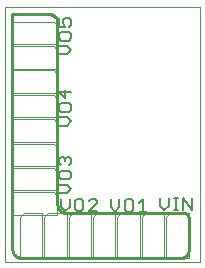
<source format=gto>
G75*
%MOIN*%
%OFA0B0*%
%FSLAX24Y24*%
%IPPOS*%
%LPD*%
%AMOC8*
5,1,8,0,0,1.08239X$1,22.5*
%
%ADD10C,0.0000*%
%ADD11C,0.0100*%
%ADD12C,0.0040*%
%ADD13C,0.0080*%
D10*
X002392Y002517D02*
X002392Y011017D01*
X008892Y011017D01*
X008892Y002517D01*
X002392Y002517D01*
D11*
X002642Y002921D02*
X002642Y010767D01*
X003862Y010767D01*
X003893Y010765D01*
X003924Y010760D01*
X003954Y010751D01*
X003983Y010739D01*
X004011Y010724D01*
X004037Y010706D01*
X004060Y010685D01*
X004081Y010662D01*
X004099Y010636D01*
X004114Y010608D01*
X004126Y010579D01*
X004135Y010549D01*
X004140Y010518D01*
X004142Y010487D01*
X004142Y004421D01*
X004141Y004421D02*
X004143Y004390D01*
X004148Y004359D01*
X004157Y004329D01*
X004169Y004300D01*
X004184Y004272D01*
X004202Y004246D01*
X004223Y004223D01*
X004246Y004202D01*
X004272Y004184D01*
X004300Y004169D01*
X004329Y004157D01*
X004359Y004148D01*
X004390Y004143D01*
X004421Y004141D01*
X004421Y004142D02*
X008340Y004142D01*
X008365Y004140D01*
X008390Y004135D01*
X008414Y004126D01*
X008436Y004114D01*
X008456Y004099D01*
X008474Y004081D01*
X008489Y004061D01*
X008501Y004039D01*
X008510Y004015D01*
X008515Y003990D01*
X008517Y003965D01*
X008517Y002892D01*
X008515Y002862D01*
X008510Y002832D01*
X008501Y002803D01*
X008488Y002776D01*
X008473Y002750D01*
X008454Y002726D01*
X008433Y002705D01*
X008409Y002686D01*
X008383Y002671D01*
X008356Y002658D01*
X008327Y002649D01*
X008297Y002644D01*
X008267Y002642D01*
X002921Y002642D01*
X002921Y002641D02*
X002890Y002643D01*
X002859Y002648D01*
X002829Y002657D01*
X002800Y002669D01*
X002772Y002684D01*
X002746Y002702D01*
X002723Y002723D01*
X002702Y002746D01*
X002684Y002772D01*
X002669Y002800D01*
X002657Y002829D01*
X002648Y002859D01*
X002643Y002890D01*
X002641Y002921D01*
D12*
X002892Y002642D02*
X002892Y004017D01*
X003017Y004142D01*
X003642Y004142D01*
X003642Y002642D01*
X002892Y002642D01*
X003704Y002642D02*
X003704Y004017D01*
X003829Y004142D01*
X004454Y004142D01*
X004454Y002642D01*
X003704Y002642D01*
X004517Y002642D02*
X004517Y004017D01*
X004642Y004142D01*
X005267Y004142D01*
X005267Y002642D01*
X004517Y002642D01*
X005329Y002642D02*
X005329Y004017D01*
X005454Y004142D01*
X006079Y004142D01*
X006079Y002642D01*
X005329Y002642D01*
X006142Y002642D02*
X006142Y004017D01*
X006267Y004142D01*
X006892Y004142D01*
X006892Y002642D01*
X006142Y002642D01*
X006954Y002642D02*
X006954Y004017D01*
X007079Y004142D01*
X007704Y004142D01*
X007704Y002642D01*
X006954Y002642D01*
X007767Y002642D02*
X007767Y004017D01*
X007892Y004142D01*
X008517Y004142D01*
X008517Y002642D01*
X007767Y002642D01*
X004142Y004079D02*
X002642Y004079D01*
X002642Y004829D01*
X004017Y004829D01*
X004142Y004704D01*
X004142Y004079D01*
X004142Y004892D02*
X002642Y004892D01*
X002642Y005642D01*
X004017Y005642D01*
X004142Y005517D01*
X004142Y004892D01*
X004142Y005704D02*
X002642Y005704D01*
X002642Y006454D01*
X004017Y006454D01*
X004142Y006329D01*
X004142Y005704D01*
X004142Y006517D02*
X002642Y006517D01*
X002642Y007267D01*
X004017Y007267D01*
X004142Y007142D01*
X004142Y006517D01*
X004142Y007329D02*
X002642Y007329D01*
X002642Y008079D01*
X004017Y008079D01*
X004142Y007954D01*
X004142Y007329D01*
X004142Y008142D02*
X002642Y008142D01*
X002642Y008892D01*
X004017Y008892D01*
X004142Y008767D01*
X004142Y008142D01*
X004142Y008954D02*
X002642Y008954D01*
X002642Y009704D01*
X004017Y009704D01*
X004142Y009579D01*
X004142Y008954D01*
X004142Y009767D02*
X002642Y009767D01*
X002642Y010517D01*
X004017Y010517D01*
X004142Y010392D01*
X004142Y009767D01*
D13*
X004181Y009706D02*
X004462Y009706D01*
X004602Y009566D01*
X004462Y009425D01*
X004181Y009425D01*
X004251Y009886D02*
X004532Y009886D01*
X004602Y009956D01*
X004602Y010096D01*
X004532Y010166D01*
X004251Y010166D01*
X004181Y010096D01*
X004181Y009956D01*
X004251Y009886D01*
X004181Y010346D02*
X004391Y010346D01*
X004321Y010486D01*
X004321Y010556D01*
X004391Y010627D01*
X004532Y010627D01*
X004602Y010556D01*
X004602Y010416D01*
X004532Y010346D01*
X004181Y010346D02*
X004181Y010627D01*
X004391Y008252D02*
X004391Y007971D01*
X004181Y008181D01*
X004602Y008181D01*
X004532Y007791D02*
X004251Y007791D01*
X004181Y007721D01*
X004181Y007581D01*
X004251Y007511D01*
X004532Y007511D01*
X004602Y007581D01*
X004602Y007721D01*
X004532Y007791D01*
X004462Y007331D02*
X004181Y007331D01*
X004181Y007050D02*
X004462Y007050D01*
X004602Y007191D01*
X004462Y007331D01*
X004462Y006002D02*
X004532Y006002D01*
X004602Y005931D01*
X004602Y005791D01*
X004532Y005721D01*
X004391Y005861D02*
X004391Y005931D01*
X004462Y006002D01*
X004391Y005931D02*
X004321Y006002D01*
X004251Y006002D01*
X004181Y005931D01*
X004181Y005791D01*
X004251Y005721D01*
X004251Y005541D02*
X004181Y005471D01*
X004181Y005331D01*
X004251Y005261D01*
X004532Y005261D01*
X004602Y005331D01*
X004602Y005471D01*
X004532Y005541D01*
X004251Y005541D01*
X004181Y005081D02*
X004462Y005081D01*
X004602Y004941D01*
X004462Y004800D01*
X004181Y004800D01*
X004269Y004615D02*
X004269Y004334D01*
X004409Y004194D01*
X004549Y004334D01*
X004549Y004615D01*
X004730Y004544D02*
X004730Y004264D01*
X004800Y004194D01*
X004940Y004194D01*
X005010Y004264D01*
X005010Y004544D01*
X004940Y004615D01*
X004800Y004615D01*
X004730Y004544D01*
X005190Y004544D02*
X005260Y004615D01*
X005400Y004615D01*
X005470Y004544D01*
X005470Y004474D01*
X005190Y004194D01*
X005470Y004194D01*
X005932Y004322D02*
X006072Y004182D01*
X006212Y004322D01*
X006212Y004602D01*
X006392Y004532D02*
X006392Y004252D01*
X006462Y004182D01*
X006602Y004182D01*
X006672Y004252D01*
X006672Y004532D01*
X006602Y004602D01*
X006462Y004602D01*
X006392Y004532D01*
X005932Y004602D02*
X005932Y004322D01*
X006852Y004462D02*
X006993Y004602D01*
X006993Y004182D01*
X007133Y004182D02*
X006852Y004182D01*
X007567Y004369D02*
X007708Y004229D01*
X007848Y004369D01*
X007848Y004649D01*
X008028Y004649D02*
X008168Y004649D01*
X008098Y004649D02*
X008098Y004229D01*
X008028Y004229D02*
X008168Y004229D01*
X008335Y004229D02*
X008335Y004649D01*
X008615Y004229D01*
X008615Y004649D01*
X007567Y004649D02*
X007567Y004369D01*
M02*

</source>
